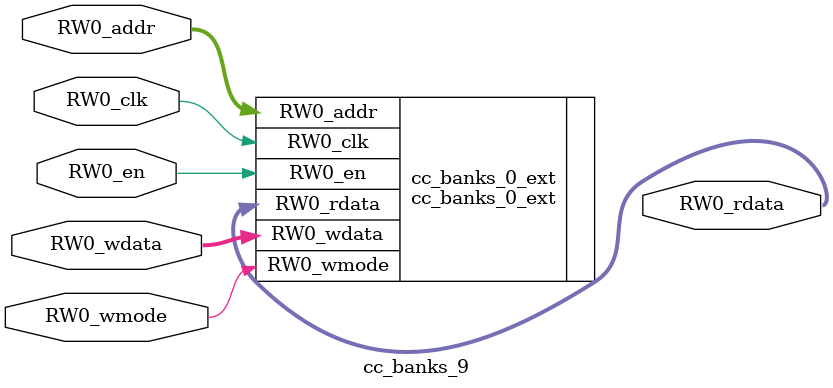
<source format=sv>
module cc_banks_9(	// @[generators/rocket-chip/src/main/scala/util/DescribedSRAM.scala:17:26]
  input  [11:0] RW0_addr,
  input         RW0_en,
  input         RW0_clk,
  input         RW0_wmode,
  input  [63:0] RW0_wdata,
  output [63:0] RW0_rdata
);

  cc_banks_0_ext cc_banks_0_ext (	// @[generators/rocket-chip/src/main/scala/util/DescribedSRAM.scala:17:26]
    .RW0_addr  (RW0_addr),
    .RW0_en    (RW0_en),
    .RW0_clk   (RW0_clk),
    .RW0_wmode (RW0_wmode),
    .RW0_wdata (RW0_wdata),
    .RW0_rdata (RW0_rdata)
  );	// @[generators/rocket-chip/src/main/scala/util/DescribedSRAM.scala:17:26]
endmodule


</source>
